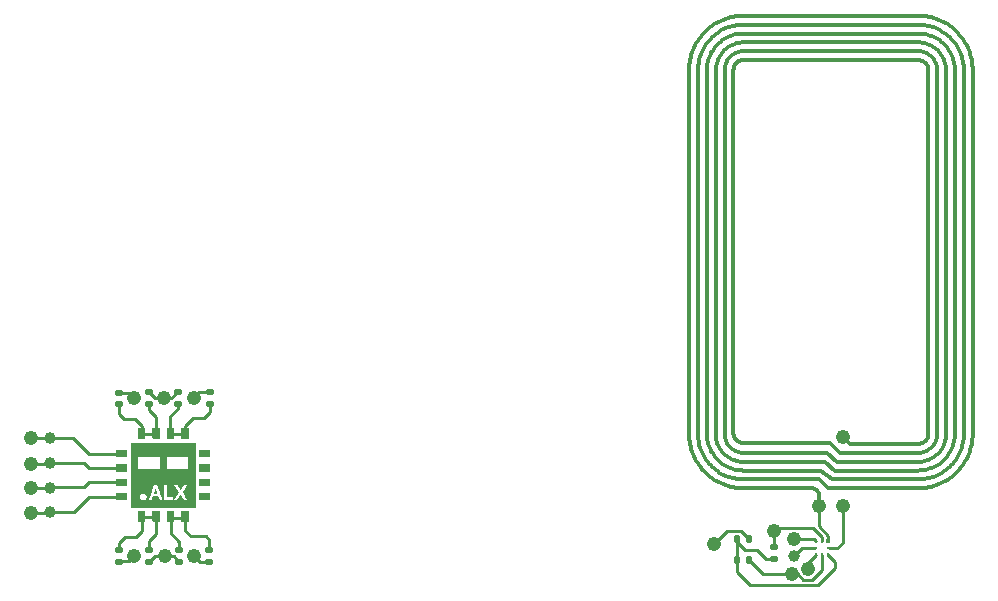
<source format=gbr>
%TF.GenerationSoftware,KiCad,Pcbnew,8.0.1*%
%TF.CreationDate,2024-06-02T23:47:43+02:00*%
%TF.ProjectId,Shawn_PCB_Business_card,53686177-6e5f-4504-9342-5f427573696e,rev?*%
%TF.SameCoordinates,Original*%
%TF.FileFunction,Copper,L1,Top*%
%TF.FilePolarity,Positive*%
%FSLAX46Y46*%
G04 Gerber Fmt 4.6, Leading zero omitted, Abs format (unit mm)*
G04 Created by KiCad (PCBNEW 8.0.1) date 2024-06-02 23:47:43*
%MOMM*%
%LPD*%
G01*
G04 APERTURE LIST*
G04 Aperture macros list*
%AMRoundRect*
0 Rectangle with rounded corners*
0 $1 Rounding radius*
0 $2 $3 $4 $5 $6 $7 $8 $9 X,Y pos of 4 corners*
0 Add a 4 corners polygon primitive as box body*
4,1,4,$2,$3,$4,$5,$6,$7,$8,$9,$2,$3,0*
0 Add four circle primitives for the rounded corners*
1,1,$1+$1,$2,$3*
1,1,$1+$1,$4,$5*
1,1,$1+$1,$6,$7*
1,1,$1+$1,$8,$9*
0 Add four rect primitives between the rounded corners*
20,1,$1+$1,$2,$3,$4,$5,0*
20,1,$1+$1,$4,$5,$6,$7,0*
20,1,$1+$1,$6,$7,$8,$9,0*
20,1,$1+$1,$8,$9,$2,$3,0*%
G04 Aperture macros list end*
%TA.AperFunction,EtchedComponent*%
%ADD10C,0.000000*%
%TD*%
%TA.AperFunction,SMDPad,CuDef*%
%ADD11C,1.000000*%
%TD*%
%TA.AperFunction,SMDPad,CuDef*%
%ADD12RoundRect,0.147500X-0.172500X0.147500X-0.172500X-0.147500X0.172500X-0.147500X0.172500X0.147500X0*%
%TD*%
%TA.AperFunction,SMDPad,CuDef*%
%ADD13RoundRect,0.147500X0.172500X-0.147500X0.172500X0.147500X-0.172500X0.147500X-0.172500X-0.147500X0*%
%TD*%
%TA.AperFunction,SMDPad,CuDef*%
%ADD14RoundRect,0.135000X0.185000X-0.135000X0.185000X0.135000X-0.185000X0.135000X-0.185000X-0.135000X0*%
%TD*%
%TA.AperFunction,SMDPad,CuDef*%
%ADD15RoundRect,0.140000X0.170000X-0.140000X0.170000X0.140000X-0.170000X0.140000X-0.170000X-0.140000X0*%
%TD*%
%TA.AperFunction,SMDPad,CuDef*%
%ADD16RoundRect,0.135000X-0.185000X0.135000X-0.185000X-0.135000X0.185000X-0.135000X0.185000X0.135000X0*%
%TD*%
%TA.AperFunction,SMDPad,CuDef*%
%ADD17RoundRect,0.135000X-0.135000X-0.185000X0.135000X-0.185000X0.135000X0.185000X-0.135000X0.185000X0*%
%TD*%
%TA.AperFunction,SMDPad,CuDef*%
%ADD18R,0.370000X0.450000*%
%TD*%
%TA.AperFunction,SMDPad,CuDef*%
%ADD19R,0.270000X0.450000*%
%TD*%
%TA.AperFunction,SMDPad,CuDef*%
%ADD20R,0.450000X0.270000*%
%TD*%
%TA.AperFunction,SMDPad,CuDef*%
%ADD21RoundRect,0.135000X0.135000X0.185000X-0.135000X0.185000X-0.135000X-0.185000X0.135000X-0.185000X0*%
%TD*%
%TA.AperFunction,ViaPad*%
%ADD22C,1.209040*%
%TD*%
%TA.AperFunction,Conductor*%
%ADD23C,0.508000*%
%TD*%
%TA.AperFunction,Conductor*%
%ADD24C,0.200000*%
%TD*%
%TA.AperFunction,Conductor*%
%ADD25C,0.254000*%
%TD*%
%TA.AperFunction,Conductor*%
%ADD26C,0.299720*%
%TD*%
G04 APERTURE END LIST*
D10*
%TA.AperFunction,EtchedComponent*%
%TO.C,G\u002A\u002A\u002A*%
G36*
X118041149Y-87546267D02*
G01*
X117122524Y-87546267D01*
X117122524Y-86939974D01*
X118041149Y-86939974D01*
X118041149Y-87546267D01*
G37*
%TD.AperFunction*%
%TA.AperFunction,EtchedComponent*%
G36*
X118041149Y-88768039D02*
G01*
X117122524Y-88768039D01*
X117122524Y-88161746D01*
X118041149Y-88161746D01*
X118041149Y-88768039D01*
G37*
%TD.AperFunction*%
%TA.AperFunction,EtchedComponent*%
G36*
X118041149Y-89989812D02*
G01*
X117122524Y-89989812D01*
X117122524Y-89383519D01*
X118041149Y-89383519D01*
X118041149Y-89989812D01*
G37*
%TD.AperFunction*%
%TA.AperFunction,EtchedComponent*%
G36*
X119566068Y-84808763D02*
G01*
X118959775Y-84808763D01*
X118959775Y-83890137D01*
X119566068Y-83890137D01*
X119566068Y-84808763D01*
G37*
%TD.AperFunction*%
%TA.AperFunction,EtchedComponent*%
G36*
X119566068Y-91827063D02*
G01*
X118959775Y-91827063D01*
X118959775Y-90908437D01*
X119566068Y-90908437D01*
X119566068Y-91827063D01*
G37*
%TD.AperFunction*%
%TA.AperFunction,EtchedComponent*%
G36*
X125059449Y-87546267D02*
G01*
X124140824Y-87546267D01*
X124140824Y-86939974D01*
X125059449Y-86939974D01*
X125059449Y-87546267D01*
G37*
%TD.AperFunction*%
%TA.AperFunction,EtchedComponent*%
G36*
X125059449Y-88768039D02*
G01*
X124140824Y-88768039D01*
X124140824Y-88161746D01*
X125059449Y-88161746D01*
X125059449Y-88768039D01*
G37*
%TD.AperFunction*%
%TA.AperFunction,EtchedComponent*%
G36*
X125059449Y-89989812D02*
G01*
X124140824Y-89989812D01*
X124140824Y-89383519D01*
X125059449Y-89383519D01*
X125059449Y-89989812D01*
G37*
%TD.AperFunction*%
%TA.AperFunction,EtchedComponent*%
G36*
X118041149Y-86333681D02*
G01*
X117587961Y-86333681D01*
X117498415Y-86333561D01*
X117414499Y-86333215D01*
X117337994Y-86332668D01*
X117270683Y-86331943D01*
X117214349Y-86331064D01*
X117170774Y-86330055D01*
X117141742Y-86328939D01*
X117129034Y-86327741D01*
X117128648Y-86327557D01*
X117127175Y-86317217D01*
X117125830Y-86290710D01*
X117124656Y-86250240D01*
X117123697Y-86198012D01*
X117122997Y-86136230D01*
X117122599Y-86067101D01*
X117122524Y-86019818D01*
X117122524Y-85718202D01*
X118041149Y-85718202D01*
X118041149Y-86333681D01*
G37*
%TD.AperFunction*%
%TA.AperFunction,EtchedComponent*%
G36*
X120787840Y-91827063D02*
G01*
X120486225Y-91827063D01*
X120413536Y-91826883D01*
X120346779Y-91826372D01*
X120288158Y-91825574D01*
X120239878Y-91824533D01*
X120204143Y-91823293D01*
X120183160Y-91821897D01*
X120178485Y-91820939D01*
X120177277Y-91810810D01*
X120176147Y-91784091D01*
X120175121Y-91742565D01*
X120174221Y-91688014D01*
X120173472Y-91622222D01*
X120172896Y-91546971D01*
X120172519Y-91464043D01*
X120172364Y-91375222D01*
X120172361Y-91361626D01*
X120172361Y-90908437D01*
X120787840Y-90908437D01*
X120787840Y-91827063D01*
G37*
%TD.AperFunction*%
%TA.AperFunction,EtchedComponent*%
G36*
X125059449Y-86333681D02*
G01*
X124606261Y-86333681D01*
X124516716Y-86333561D01*
X124432799Y-86333215D01*
X124356294Y-86332668D01*
X124288983Y-86331943D01*
X124232649Y-86331064D01*
X124189075Y-86330055D01*
X124160042Y-86328939D01*
X124147334Y-86327741D01*
X124146948Y-86327557D01*
X124145476Y-86317217D01*
X124144131Y-86290710D01*
X124142956Y-86250240D01*
X124141997Y-86198012D01*
X124141297Y-86136230D01*
X124140899Y-86067101D01*
X124140824Y-86019818D01*
X124140824Y-85718202D01*
X125059449Y-85718202D01*
X125059449Y-86333681D01*
G37*
%TD.AperFunction*%
%TA.AperFunction,EtchedComponent*%
G36*
X120785629Y-84347153D02*
G01*
X120783247Y-84804170D01*
X120484051Y-84806590D01*
X120411658Y-84806988D01*
X120345197Y-84806996D01*
X120286881Y-84806642D01*
X120238928Y-84805951D01*
X120203550Y-84804953D01*
X120182965Y-84803676D01*
X120178608Y-84802762D01*
X120177376Y-84792608D01*
X120176223Y-84765865D01*
X120175176Y-84724316D01*
X120174258Y-84669744D01*
X120173494Y-84603934D01*
X120172907Y-84528667D01*
X120172522Y-84445728D01*
X120172364Y-84356900D01*
X120172361Y-84343326D01*
X120172361Y-83890137D01*
X120788011Y-83890137D01*
X120785629Y-84347153D01*
G37*
%TD.AperFunction*%
%TA.AperFunction,EtchedComponent*%
G36*
X122007401Y-84347153D02*
G01*
X122005019Y-84804170D01*
X121705824Y-84806590D01*
X121633431Y-84806988D01*
X121566969Y-84806996D01*
X121508654Y-84806642D01*
X121460700Y-84805951D01*
X121425323Y-84804953D01*
X121404737Y-84803676D01*
X121400381Y-84802762D01*
X121399148Y-84792608D01*
X121397996Y-84765865D01*
X121396948Y-84724316D01*
X121396030Y-84669744D01*
X121395266Y-84603934D01*
X121394679Y-84528667D01*
X121394294Y-84445728D01*
X121394136Y-84356900D01*
X121394133Y-84343326D01*
X121394133Y-83890137D01*
X122009784Y-83890137D01*
X122007401Y-84347153D01*
G37*
%TD.AperFunction*%
%TA.AperFunction,EtchedComponent*%
G36*
X122007401Y-91365453D02*
G01*
X122005019Y-91822470D01*
X121705824Y-91824890D01*
X121633431Y-91825289D01*
X121566969Y-91825297D01*
X121508654Y-91824942D01*
X121460700Y-91824251D01*
X121425323Y-91823254D01*
X121404737Y-91821976D01*
X121400381Y-91821062D01*
X121399148Y-91810908D01*
X121397996Y-91784165D01*
X121396948Y-91742616D01*
X121396030Y-91688044D01*
X121395266Y-91622234D01*
X121394679Y-91546967D01*
X121394294Y-91464028D01*
X121394136Y-91375200D01*
X121394133Y-91361626D01*
X121394133Y-90908437D01*
X122009784Y-90908437D01*
X122007401Y-91365453D01*
G37*
%TD.AperFunction*%
%TA.AperFunction,EtchedComponent*%
G36*
X123229173Y-84347153D02*
G01*
X123226791Y-84804170D01*
X122927596Y-84806590D01*
X122855203Y-84806988D01*
X122788741Y-84806996D01*
X122730426Y-84806642D01*
X122682472Y-84805951D01*
X122647095Y-84804953D01*
X122626509Y-84803676D01*
X122622153Y-84802762D01*
X122620920Y-84792608D01*
X122619768Y-84765865D01*
X122618721Y-84724316D01*
X122617803Y-84669744D01*
X122617038Y-84603934D01*
X122616451Y-84528667D01*
X122616066Y-84445728D01*
X122615908Y-84356900D01*
X122615905Y-84343326D01*
X122615905Y-83890137D01*
X123231556Y-83890137D01*
X123229173Y-84347153D01*
G37*
%TD.AperFunction*%
%TA.AperFunction,EtchedComponent*%
G36*
X123229173Y-91365453D02*
G01*
X123226791Y-91822470D01*
X122927596Y-91824890D01*
X122855203Y-91825289D01*
X122788741Y-91825297D01*
X122730426Y-91824942D01*
X122682472Y-91824251D01*
X122647095Y-91823254D01*
X122626509Y-91821976D01*
X122622153Y-91821062D01*
X122620920Y-91810908D01*
X122619768Y-91784165D01*
X122618721Y-91742616D01*
X122617803Y-91688044D01*
X122617038Y-91622234D01*
X122616451Y-91546967D01*
X122616066Y-91464028D01*
X122615908Y-91375200D01*
X122615905Y-91361626D01*
X122615905Y-90908437D01*
X123231556Y-90908437D01*
X123229173Y-91365453D01*
G37*
%TD.AperFunction*%
%TA.AperFunction,EtchedComponent*%
G36*
X120451909Y-88988366D02*
G01*
X120460819Y-89008647D01*
X120470248Y-89038309D01*
X120470993Y-89041045D01*
X120479597Y-89070200D01*
X120493083Y-89112447D01*
X120510068Y-89163607D01*
X120529168Y-89219500D01*
X120545923Y-89267307D01*
X120564109Y-89318736D01*
X120579972Y-89363949D01*
X120592561Y-89400206D01*
X120600923Y-89424765D01*
X120604109Y-89434884D01*
X120604115Y-89434956D01*
X120595419Y-89436148D01*
X120571290Y-89437178D01*
X120534669Y-89437980D01*
X120488495Y-89438488D01*
X120443355Y-89438636D01*
X120391314Y-89438483D01*
X120346296Y-89438057D01*
X120311240Y-89437411D01*
X120289087Y-89436597D01*
X120282596Y-89435801D01*
X120285562Y-89426517D01*
X120293505Y-89404046D01*
X120304988Y-89372416D01*
X120311240Y-89355422D01*
X120324342Y-89318939D01*
X120341301Y-89270248D01*
X120360306Y-89214617D01*
X120379551Y-89157314D01*
X120388171Y-89131280D01*
X120404670Y-89082555D01*
X120419824Y-89040325D01*
X120432508Y-89007534D01*
X120441596Y-88987124D01*
X120445356Y-88981719D01*
X120451909Y-88988366D01*
G37*
%TD.AperFunction*%
%TA.AperFunction,EtchedComponent*%
G36*
X121256308Y-85102743D02*
G01*
X121473641Y-85102802D01*
X121685782Y-85102898D01*
X121891991Y-85103030D01*
X122091531Y-85103196D01*
X122283661Y-85103395D01*
X122467643Y-85103624D01*
X122642738Y-85103883D01*
X122808208Y-85104170D01*
X122963313Y-85104483D01*
X123107314Y-85104821D01*
X123239472Y-85105181D01*
X123359049Y-85105563D01*
X123465305Y-85105965D01*
X123557502Y-85106385D01*
X123634900Y-85106822D01*
X123696762Y-85107274D01*
X123742347Y-85107740D01*
X123770917Y-85108217D01*
X123781212Y-85108625D01*
X123837677Y-85114526D01*
X123837677Y-87855972D01*
X123837668Y-88125455D01*
X123837640Y-88377153D01*
X123837589Y-88611654D01*
X123837513Y-88829547D01*
X123837410Y-89031418D01*
X123837275Y-89217855D01*
X123837107Y-89389447D01*
X123836902Y-89546781D01*
X123836659Y-89690444D01*
X123836373Y-89821026D01*
X123836043Y-89939112D01*
X123835665Y-90045293D01*
X123835237Y-90140154D01*
X123834755Y-90224284D01*
X123834218Y-90298271D01*
X123833622Y-90362702D01*
X123832964Y-90418165D01*
X123832242Y-90465249D01*
X123831453Y-90504541D01*
X123830594Y-90536628D01*
X123829662Y-90562098D01*
X123828655Y-90581540D01*
X123827569Y-90595541D01*
X123826402Y-90604689D01*
X123825152Y-90609571D01*
X123824554Y-90610540D01*
X123814110Y-90611913D01*
X123786174Y-90613218D01*
X123741622Y-90614453D01*
X123681327Y-90615620D01*
X123606161Y-90616718D01*
X123516999Y-90617748D01*
X123414715Y-90618709D01*
X123300182Y-90619601D01*
X123174274Y-90620426D01*
X123037864Y-90621182D01*
X122891827Y-90621871D01*
X122737035Y-90622491D01*
X122574362Y-90623044D01*
X122404683Y-90623528D01*
X122228870Y-90623945D01*
X122047798Y-90624295D01*
X121862339Y-90624577D01*
X121673369Y-90624792D01*
X121481759Y-90624939D01*
X121288385Y-90625019D01*
X121094119Y-90625033D01*
X120899836Y-90624979D01*
X120706408Y-90624858D01*
X120514710Y-90624671D01*
X120325615Y-90624417D01*
X120139997Y-90624096D01*
X119958730Y-90623709D01*
X119782686Y-90623255D01*
X119612741Y-90622736D01*
X119449767Y-90622150D01*
X119294638Y-90621498D01*
X119148228Y-90620780D01*
X119011410Y-90619996D01*
X118885059Y-90619146D01*
X118770047Y-90618231D01*
X118667248Y-90617250D01*
X118577537Y-90616203D01*
X118501786Y-90615091D01*
X118440870Y-90613914D01*
X118395661Y-90612672D01*
X118367034Y-90611365D01*
X118355863Y-90609992D01*
X118355779Y-90609922D01*
X118354625Y-90605334D01*
X118353547Y-90593927D01*
X118352541Y-90575176D01*
X118351606Y-90548554D01*
X118350738Y-90513537D01*
X118349937Y-90469601D01*
X118349200Y-90416218D01*
X118348524Y-90352865D01*
X118347907Y-90279016D01*
X118347348Y-90194146D01*
X118346844Y-90097729D01*
X118346393Y-89989241D01*
X118345992Y-89868157D01*
X118345641Y-89733950D01*
X118345580Y-89704500D01*
X119128750Y-89704500D01*
X119141468Y-89771240D01*
X119168729Y-89831635D01*
X119172655Y-89837766D01*
X119218088Y-89890621D01*
X119273652Y-89929423D01*
X119336614Y-89953238D01*
X119404241Y-89961133D01*
X119473802Y-89952172D01*
X119491984Y-89946929D01*
X119498291Y-89943880D01*
X119852635Y-89943880D01*
X120105523Y-89943880D01*
X120155777Y-89799197D01*
X120206030Y-89654513D01*
X120682530Y-89649623D01*
X120731251Y-89796752D01*
X120779973Y-89943880D01*
X121035611Y-89943880D01*
X121015822Y-89891059D01*
X121009194Y-89873325D01*
X120996750Y-89839988D01*
X120979093Y-89792663D01*
X120956824Y-89732962D01*
X120930544Y-89662499D01*
X120900856Y-89582888D01*
X120868361Y-89495741D01*
X120833661Y-89402673D01*
X120797357Y-89305295D01*
X120787135Y-89277877D01*
X120578237Y-88717515D01*
X120445260Y-88714979D01*
X120337401Y-88712922D01*
X121182849Y-88712922D01*
X121182849Y-89943880D01*
X121926936Y-89943880D01*
X121926936Y-89933369D01*
X122006343Y-89933369D01*
X122008505Y-89937917D01*
X122017818Y-89940922D01*
X122036785Y-89942703D01*
X122067905Y-89943576D01*
X122113678Y-89943860D01*
X122142046Y-89943880D01*
X122284312Y-89943880D01*
X122419829Y-89717830D01*
X122459190Y-89652317D01*
X122490302Y-89601060D01*
X122514278Y-89562506D01*
X122532234Y-89535105D01*
X122545285Y-89517306D01*
X122554546Y-89507558D01*
X122561133Y-89504310D01*
X122566160Y-89506010D01*
X122569550Y-89509564D01*
X122577967Y-89522055D01*
X122594338Y-89548047D01*
X122617251Y-89585237D01*
X122645296Y-89631320D01*
X122677060Y-89683991D01*
X122707768Y-89735298D01*
X122831782Y-89943248D01*
X122972855Y-89943564D01*
X123028737Y-89943358D01*
X123068299Y-89942340D01*
X123093580Y-89940341D01*
X123106623Y-89937196D01*
X123109467Y-89932737D01*
X123109347Y-89932397D01*
X123103619Y-89922308D01*
X123089213Y-89898374D01*
X123067195Y-89862329D01*
X123038631Y-89815903D01*
X123004589Y-89760829D01*
X122966133Y-89698839D01*
X122924332Y-89631663D01*
X122910704Y-89609805D01*
X122716642Y-89298694D01*
X122888106Y-89026477D01*
X122928687Y-88962071D01*
X122966611Y-88901920D01*
X123000653Y-88847965D01*
X123029586Y-88802148D01*
X123052184Y-88766411D01*
X123067223Y-88742693D01*
X123073044Y-88733591D01*
X123086517Y-88712922D01*
X122801657Y-88712922D01*
X122684890Y-88910456D01*
X122652559Y-88964844D01*
X122623067Y-89013869D01*
X122597764Y-89055339D01*
X122577994Y-89087062D01*
X122565106Y-89106847D01*
X122560686Y-89112587D01*
X122554239Y-89106256D01*
X122539958Y-89086044D01*
X122519151Y-89054009D01*
X122493127Y-89012206D01*
X122463193Y-88962692D01*
X122435300Y-88915477D01*
X122317352Y-88713770D01*
X122177261Y-88713346D01*
X122128885Y-88713531D01*
X122087741Y-88714321D01*
X122056977Y-88715605D01*
X122039743Y-88717272D01*
X122037171Y-88718287D01*
X122041900Y-88727016D01*
X122055365Y-88749516D01*
X122076478Y-88784029D01*
X122104153Y-88828799D01*
X122137305Y-88882069D01*
X122174847Y-88942080D01*
X122215693Y-89007078D01*
X122217054Y-89009241D01*
X122264713Y-89085138D01*
X122303230Y-89147097D01*
X122333443Y-89196606D01*
X122356186Y-89235155D01*
X122372297Y-89264234D01*
X122382611Y-89285330D01*
X122387964Y-89299933D01*
X122389193Y-89309532D01*
X122388122Y-89313912D01*
X122381353Y-89325860D01*
X122365953Y-89351498D01*
X122343068Y-89388963D01*
X122313849Y-89436392D01*
X122279442Y-89491921D01*
X122240995Y-89553687D01*
X122199657Y-89619827D01*
X122198598Y-89621518D01*
X122157219Y-89687650D01*
X122118687Y-89749355D01*
X122084150Y-89804787D01*
X122054755Y-89852099D01*
X122031650Y-89889443D01*
X122015982Y-89914972D01*
X122008900Y-89926840D01*
X122008834Y-89926961D01*
X122006343Y-89933369D01*
X121926936Y-89933369D01*
X121926936Y-89723410D01*
X121412505Y-89723410D01*
X121412505Y-88712922D01*
X121182849Y-88712922D01*
X120337401Y-88712922D01*
X120312284Y-88712443D01*
X120126084Y-89211037D01*
X120090486Y-89306363D01*
X120055563Y-89399893D01*
X120022071Y-89489603D01*
X119990764Y-89573466D01*
X119962401Y-89649456D01*
X119937736Y-89715548D01*
X119917526Y-89769716D01*
X119902528Y-89809935D01*
X119896259Y-89826755D01*
X119852635Y-89943880D01*
X119498291Y-89943880D01*
X119544467Y-89921557D01*
X119593427Y-89882360D01*
X119633734Y-89833815D01*
X119646798Y-89811813D01*
X119659167Y-89785833D01*
X119666628Y-89761652D01*
X119670369Y-89733056D01*
X119671579Y-89693832D01*
X119671625Y-89682072D01*
X119671061Y-89640424D01*
X119668410Y-89610933D01*
X119662387Y-89587397D01*
X119651706Y-89563619D01*
X119644151Y-89549584D01*
X119609034Y-89500647D01*
X119563825Y-89459178D01*
X119513692Y-89429475D01*
X119489005Y-89420549D01*
X119443930Y-89413143D01*
X119391604Y-89412446D01*
X119339181Y-89417924D01*
X119293814Y-89429043D01*
X119276288Y-89436410D01*
X119240075Y-89460856D01*
X119203020Y-89495412D01*
X119170822Y-89534034D01*
X119149176Y-89570677D01*
X119148721Y-89571751D01*
X119131019Y-89636356D01*
X119128750Y-89704500D01*
X118345580Y-89704500D01*
X118345335Y-89586096D01*
X118345073Y-89424070D01*
X118344854Y-89247346D01*
X118344674Y-89055399D01*
X118344532Y-88847705D01*
X118344425Y-88623737D01*
X118344352Y-88382970D01*
X118344309Y-88124880D01*
X118344296Y-87849801D01*
X118344296Y-87298238D01*
X118959775Y-87298238D01*
X120787840Y-87298238D01*
X121384947Y-87298238D01*
X123222198Y-87298238D01*
X123222198Y-86352054D01*
X121384947Y-86352054D01*
X121384947Y-87298238D01*
X120787840Y-87298238D01*
X120787840Y-86352054D01*
X118959775Y-86352054D01*
X118959775Y-87298238D01*
X118344296Y-87298238D01*
X118344296Y-85102723D01*
X121034521Y-85102723D01*
X121256308Y-85102743D01*
G37*
%TD.AperFunction*%
%TD*%
D11*
%TO.P,TP2,1,1*%
%TO.N,Net-(TP2-Pad1)*%
X111506000Y-88900000D03*
%TD*%
%TO.P,TP4,1,1*%
%TO.N,VCC*%
X111531400Y-91008200D03*
%TD*%
D12*
%TO.P,D1,1,K*%
%TO.N,Net-(D1-Pad1)*%
X124993400Y-94206200D03*
%TO.P,D1,2,A*%
%TO.N,Net-(D1-Pad2)*%
X124993400Y-95176200D03*
%TD*%
D13*
%TO.P,D4,1,K*%
%TO.N,Net-(D4-Pad1)*%
X125018800Y-81818200D03*
%TO.P,D4,2,A*%
%TO.N,Net-(D1-Pad2)*%
X125018800Y-80848200D03*
%TD*%
D11*
%TO.P,TP5,1,1*%
%TO.N,GND*%
X111531400Y-84683600D03*
%TD*%
D14*
%TO.P,R5,1*%
%TO.N,Net-(D3-Pad1)*%
X119862600Y-81862200D03*
%TO.P,R5,2*%
%TO.N,GND*%
X119862600Y-80842200D03*
%TD*%
D15*
%TO.P,C1,1*%
%TO.N,Net-(C1-Pad1)*%
X172770800Y-94917200D03*
%TO.P,C1,2*%
%TO.N,GND*%
X172770800Y-93957200D03*
%TD*%
D16*
%TO.P,R3,1*%
%TO.N,Net-(D1-Pad1)*%
X122453400Y-94181200D03*
%TO.P,R3,2*%
%TO.N,GND*%
X122453400Y-95201200D03*
%TD*%
%TO.P,R4,1*%
%TO.N,Net-(D2-Pad1)*%
X119913400Y-94181200D03*
%TO.P,R4,2*%
%TO.N,GND*%
X119913400Y-95201200D03*
%TD*%
D17*
%TO.P,R2,1*%
%TO.N,Net-(C1-Pad1)*%
X169642600Y-93218000D03*
%TO.P,R2,2*%
%TO.N,Net-(D1-Pad2)*%
X170662600Y-93218000D03*
%TD*%
D12*
%TO.P,D2,1,K*%
%TO.N,Net-(D2-Pad1)*%
X117348000Y-94206200D03*
%TO.P,D2,2,A*%
%TO.N,Net-(D1-Pad2)*%
X117348000Y-95176200D03*
%TD*%
D11*
%TO.P,TP1,1,1*%
%TO.N,Net-(TP1-Pad1)*%
X111531400Y-86842601D03*
%TD*%
D14*
%TO.P,R6,1*%
%TO.N,Net-(D4-Pad1)*%
X122301000Y-81838800D03*
%TO.P,R6,2*%
%TO.N,GND*%
X122301000Y-80818800D03*
%TD*%
D13*
%TO.P,D3,1,K*%
%TO.N,Net-(D3-Pad1)*%
X117322601Y-81848701D03*
%TO.P,D3,2,A*%
%TO.N,Net-(D1-Pad2)*%
X117322601Y-80878701D03*
%TD*%
D11*
%TO.P,TP3,1,1*%
%TO.N,Net-(TP3-Pad1)*%
X174523400Y-94665800D03*
%TD*%
D18*
%TO.P,U1,1,LA*%
%TO.N,Net-(U1-Pad1)*%
X177384800Y-93413355D03*
D19*
%TO.P,U1,2,VSS*%
%TO.N,GND*%
X176834800Y-93413355D03*
%TO.P,U1,3,SCL*%
%TO.N,Net-(TP1-Pad1)*%
X176334800Y-93413355D03*
D20*
%TO.P,U1,4,FD*%
%TO.N,Net-(TP3-Pad1)*%
X176234800Y-94013355D03*
D19*
%TO.P,U1,5,SDA*%
%TO.N,Net-(TP2-Pad1)*%
X176334800Y-94613355D03*
%TO.P,U1,6,VCC*%
%TO.N,VCC*%
X176834800Y-94613355D03*
%TO.P,U1,7,VOUT*%
%TO.N,Net-(C1-Pad1)*%
X177334800Y-94613355D03*
D20*
%TO.P,U1,8,LB*%
%TO.N,Net-(U1-Pad1)*%
X177434800Y-94013355D03*
%TD*%
D21*
%TO.P,R1,1*%
%TO.N,VCC*%
X170664600Y-94996000D03*
%TO.P,R1,2*%
%TO.N,Net-(C1-Pad1)*%
X169644600Y-94996000D03*
%TD*%
D22*
%TO.N,VCC*%
X174281631Y-96231820D03*
X109880400Y-91033600D03*
%TO.N,GND*%
X121208800Y-94716600D03*
X172770747Y-92568387D03*
X121107200Y-81356200D03*
X109880400Y-84709000D03*
%TO.N,Net-(D1-Pad2)*%
X167716200Y-93700600D03*
X123672600Y-81305400D03*
X123723400Y-94716600D03*
X118567200Y-81330800D03*
X118618000Y-94716600D03*
%TO.N,Net-(TP1-Pad1)*%
X109880400Y-86868000D03*
X174498000Y-93294200D03*
%TO.N,Net-(TP2-Pad1)*%
X109880400Y-88950800D03*
X175664839Y-95757877D03*
%TO.N,Net-(U1-Pad1)*%
X178614070Y-84606465D03*
X176612550Y-90456085D03*
X178614070Y-90456085D03*
%TD*%
D23*
%TO.N,*%
X124600136Y-86025941D02*
X124626077Y-86000000D01*
D24*
X124600136Y-86025941D02*
X124525941Y-86025941D01*
X124525941Y-86025941D02*
X124500000Y-86000000D01*
D25*
%TO.N,VCC*%
X175278990Y-96689397D02*
X174821413Y-96231820D01*
X176050688Y-96689397D02*
X175278990Y-96689397D01*
X109880400Y-91033600D02*
X111506000Y-91033600D01*
X113487200Y-90982800D02*
X114757200Y-89712800D01*
X111683803Y-90982800D02*
X113487200Y-90982800D01*
X176834800Y-94613355D02*
X176834800Y-95905285D01*
X174821413Y-96231820D02*
X171900420Y-96231820D01*
X111506000Y-91033600D02*
X111531400Y-91008200D01*
X176834800Y-95905285D02*
X176050688Y-96689397D01*
X171900420Y-96231820D02*
X170664600Y-94996000D01*
X111531400Y-91135203D02*
X111683803Y-90982800D01*
X114757200Y-89712800D02*
X117602000Y-89712800D01*
%TO.N,GND*%
X117500400Y-86029800D02*
X117551200Y-86080600D01*
X121208800Y-94716600D02*
X120398000Y-94716600D01*
X120376600Y-81356200D02*
X119862600Y-80842200D01*
X176834800Y-93413355D02*
X176834800Y-93091000D01*
X121107200Y-81356200D02*
X121763600Y-81356200D01*
X120398000Y-94716600D02*
X119913400Y-95201200D01*
X111506000Y-84709000D02*
X111531400Y-84683600D01*
X172770800Y-92568440D02*
X172770747Y-92568387D01*
X121107200Y-81356200D02*
X120376600Y-81356200D01*
X109880400Y-84709000D02*
X111506000Y-84709000D01*
X172770800Y-93957200D02*
X172770800Y-92568440D01*
X176098200Y-92354400D02*
X172984734Y-92354400D01*
X114757200Y-86029800D02*
X117500400Y-86029800D01*
X172984734Y-92354400D02*
X172770747Y-92568387D01*
X113411000Y-84683600D02*
X114757200Y-86029800D01*
X121968800Y-94716600D02*
X122453400Y-95201200D01*
X121763600Y-81356200D02*
X122301000Y-80818800D01*
X121208800Y-94716600D02*
X121968800Y-94716600D01*
X111531400Y-84683600D02*
X113411000Y-84683600D01*
X176834800Y-93091000D02*
X176098200Y-92354400D01*
%TO.N,Net-(D1-Pad1)*%
X124663200Y-93040200D02*
X124993400Y-93370400D01*
X122936000Y-92557600D02*
X123418600Y-93040200D01*
X122453400Y-94181200D02*
X122453400Y-93497400D01*
X121716800Y-92760800D02*
X121716800Y-91440000D01*
X124993400Y-93370400D02*
X124993400Y-94206200D01*
X123418600Y-93040200D02*
X124663200Y-93040200D01*
X122453400Y-93497400D02*
X121716800Y-92760800D01*
X122936000Y-91440000D02*
X122936000Y-92557600D01*
X121716800Y-91440000D02*
X122936000Y-91440000D01*
%TO.N,Net-(D1-Pad2)*%
X117401200Y-95123000D02*
X118211600Y-95123000D01*
X118567200Y-81330800D02*
X118115101Y-80878701D01*
X124993400Y-95176200D02*
X124183000Y-95176200D01*
X118115101Y-80878701D02*
X117322601Y-80878701D01*
X123672600Y-81305400D02*
X124129800Y-80848200D01*
X170015600Y-92571000D02*
X170662600Y-93218000D01*
X118211600Y-95123000D02*
X118618000Y-94716600D01*
X167716200Y-93700600D02*
X168845800Y-92571000D01*
X124129800Y-80848200D02*
X125018800Y-80848200D01*
X117348000Y-95176200D02*
X117401200Y-95123000D01*
X168845800Y-92571000D02*
X170015600Y-92571000D01*
X124183000Y-95176200D02*
X123723400Y-94716600D01*
%TO.N,Net-(D2-Pad1)*%
X120497600Y-92837000D02*
X119913400Y-93421200D01*
X118745000Y-93116400D02*
X119253000Y-92608400D01*
X117348000Y-94206200D02*
X117348000Y-93624400D01*
X117348000Y-93624400D02*
X117856000Y-93116400D01*
X119913400Y-93421200D02*
X119913400Y-94181200D01*
X119253000Y-91363800D02*
X120497600Y-91363800D01*
X120497600Y-91363800D02*
X120497600Y-92837000D01*
X119253000Y-92608400D02*
X119253000Y-91363800D01*
X117856000Y-93116400D02*
X118745000Y-93116400D01*
%TO.N,Net-(D3-Pad1)*%
X119862600Y-82296000D02*
X119862600Y-81862200D01*
X120497600Y-82931000D02*
X119862600Y-82296000D01*
X120421400Y-84353400D02*
X120497600Y-84277200D01*
X117754400Y-83083400D02*
X118668800Y-83083400D01*
X119253000Y-84353400D02*
X120421400Y-84353400D01*
X117322601Y-81848701D02*
X117322601Y-82651601D01*
X117322601Y-82651601D02*
X117754400Y-83083400D01*
X119253000Y-83667600D02*
X119253000Y-84353400D01*
X118668800Y-83083400D02*
X119253000Y-83667600D01*
X120497600Y-84277200D02*
X120497600Y-82931000D01*
%TO.N,Net-(D4-Pad1)*%
X121691400Y-82854800D02*
X121691400Y-84404200D01*
X124510800Y-83007200D02*
X123596400Y-83007200D01*
X125018800Y-81818200D02*
X125018800Y-82499200D01*
X122301000Y-81838800D02*
X122301000Y-82245200D01*
X122301000Y-82245200D02*
X121691400Y-82854800D01*
X122936000Y-83667600D02*
X122936000Y-84277200D01*
X125018800Y-82499200D02*
X124510800Y-83007200D01*
X123596400Y-83007200D02*
X122936000Y-83667600D01*
X121691400Y-84404200D02*
X122809000Y-84404200D01*
X122809000Y-84404200D02*
X122936000Y-84277200D01*
%TO.N,Net-(C1-Pad1)*%
X169644600Y-96086200D02*
X169644600Y-94996000D01*
X170721740Y-97163340D02*
X169644600Y-96086200D01*
X171373800Y-94208600D02*
X172082400Y-94917200D01*
X170332400Y-94208600D02*
X171373800Y-94208600D01*
X169642600Y-93218000D02*
X169642600Y-94994000D01*
X177927000Y-95205555D02*
X177927000Y-95732600D01*
X172082400Y-94917200D02*
X172770800Y-94917200D01*
X169642600Y-93518800D02*
X170332400Y-94208600D01*
X169642600Y-93218000D02*
X169642600Y-93518800D01*
X177334800Y-94613355D02*
X177927000Y-95205555D01*
X176496260Y-97163340D02*
X170721740Y-97163340D01*
X177927000Y-95732600D02*
X176496260Y-97163340D01*
%TO.N,Net-(TP1-Pad1)*%
X109880400Y-86868000D02*
X111506001Y-86868000D01*
X176215645Y-93294200D02*
X176334800Y-93413355D01*
X114757200Y-87249000D02*
X117602000Y-87249000D01*
X111506001Y-86868000D02*
X111531400Y-86842601D01*
X114350801Y-86842601D02*
X114757200Y-87249000D01*
X174498000Y-93294200D02*
X176215645Y-93294200D01*
X111531400Y-86842601D02*
X114350801Y-86842601D01*
%TO.N,Net-(TP2-Pad1)*%
X111455200Y-88950800D02*
X111506000Y-88900000D01*
X111683802Y-88874600D02*
X111531400Y-89027002D01*
X117602000Y-88468200D02*
X114757200Y-88468200D01*
X114757200Y-88468200D02*
X114350800Y-88874600D01*
X175664839Y-95283316D02*
X176334800Y-94613355D01*
X109880400Y-88950800D02*
X111455200Y-88950800D01*
X114249200Y-88874600D02*
X111683802Y-88874600D01*
X175664839Y-95757877D02*
X175664839Y-95283316D01*
X114350800Y-88874600D02*
X114274600Y-88874600D01*
%TO.N,Net-(TP3-Pad1)*%
X174523400Y-94665800D02*
X175175845Y-94013355D01*
X175175845Y-94013355D02*
X176234800Y-94013355D01*
D26*
%TO.N,Net-(U1-Pad1)*%
X168710610Y-49211565D02*
X168504870Y-49287765D01*
X167288210Y-85381165D02*
X167237410Y-85216065D01*
X188553090Y-85876465D02*
X188471810Y-86054265D01*
X188687710Y-52404345D02*
X188626750Y-52218925D01*
X168344850Y-87725585D02*
X168177210Y-87626525D01*
X176541430Y-89305465D02*
X176571910Y-89376585D01*
X177112930Y-86707045D02*
X177963830Y-87456345D01*
X167112950Y-53557505D02*
X167112950Y-84357545D01*
X185192670Y-85190665D02*
X185279030Y-85167805D01*
X185599070Y-88165005D02*
X185403490Y-88187865D01*
X185360310Y-52780265D02*
X185279030Y-52747245D01*
X185865770Y-53557505D02*
X185860690Y-53468605D01*
X168504870Y-49287765D02*
X168304210Y-49374125D01*
X186536330Y-84852845D02*
X186493150Y-84969685D01*
X168997630Y-52518645D02*
X168918890Y-52617705D01*
X185954670Y-85652945D02*
X185850530Y-85721525D01*
X170214290Y-51957305D02*
X185014870Y-51957305D01*
X189485270Y-85442125D02*
X189429390Y-85652945D01*
X188822330Y-52973305D02*
X188786770Y-52782805D01*
X185825130Y-84621705D02*
X185847990Y-84535345D01*
X166343330Y-51070845D02*
X166231570Y-51256265D01*
X169330370Y-86552105D02*
X169470070Y-86602905D01*
X167039290Y-87687485D02*
X166884350Y-87532545D01*
X170089830Y-51962385D02*
X169962830Y-51977625D01*
X165868350Y-52053825D02*
X165799770Y-52262105D01*
X186643010Y-51893805D02*
X186747150Y-52003025D01*
X169912030Y-86696885D02*
X170061890Y-86707045D01*
X169718990Y-85879005D02*
X169840910Y-85914565D01*
X186663330Y-50933685D02*
X186513470Y-50844785D01*
X186808110Y-86884845D02*
X186947810Y-86780705D01*
X185515250Y-85045885D02*
X185583830Y-84990005D01*
X167877490Y-53356845D02*
X167867330Y-53506705D01*
X167562530Y-87149005D02*
X167422830Y-87009305D01*
X186201050Y-50694925D02*
X186038490Y-50631425D01*
X177963830Y-87456345D02*
X185014870Y-87456345D01*
X187206890Y-86549565D02*
X187326270Y-86422565D01*
X166757350Y-86054265D02*
X166676070Y-85876465D01*
X168685210Y-86171105D02*
X168802050Y-86265085D01*
X186518550Y-88703485D02*
X186310270Y-88772065D01*
X186615070Y-84357545D02*
X186609990Y-84482005D01*
X169190670Y-87283625D02*
X169028110Y-87220125D01*
X170061890Y-86707045D02*
X170214290Y-86709585D01*
X185233310Y-48962645D02*
X185451750Y-48977885D01*
X185210450Y-88203105D02*
X185014870Y-88208185D01*
X185139330Y-85952665D02*
X185014870Y-85957745D01*
X166124890Y-51449305D02*
X166030910Y-51647425D01*
X169381170Y-53379705D02*
X169404030Y-53293345D01*
X189104270Y-51449305D02*
X189198250Y-51647425D01*
X186612530Y-53557505D02*
X186612530Y-84357545D01*
X189609730Y-53339065D02*
X189614810Y-53557505D01*
X168586150Y-51893805D02*
X168482010Y-52003025D01*
X175964850Y-88957485D02*
X176043590Y-88962565D01*
X186711590Y-87814485D02*
X186533790Y-87895765D01*
X166737030Y-87369985D02*
X166597330Y-87199805D01*
X188743590Y-52592305D02*
X188687710Y-52404345D01*
X167562530Y-50766045D02*
X167707310Y-50636505D01*
X166602410Y-52218925D02*
X166676070Y-52038585D01*
X166884350Y-50382505D02*
X166737030Y-50545065D01*
X170214290Y-48957565D02*
X185014870Y-48957565D01*
X170214290Y-88208185D02*
X170963590Y-88208185D01*
X167707310Y-50636505D02*
X167857170Y-50512045D01*
X167158670Y-84875705D02*
X167135810Y-84705525D01*
X166231570Y-86658785D02*
X166124890Y-86465745D01*
X185233310Y-88952405D02*
X185014870Y-88957485D01*
X168014650Y-87517305D02*
X167857170Y-87403005D01*
X189360810Y-52053825D02*
X189429390Y-52262105D01*
X165944550Y-86066965D02*
X165868350Y-85861225D01*
X167928290Y-53059665D02*
X167897810Y-53206985D01*
X167422830Y-87009305D02*
X167293290Y-86864525D01*
X187206890Y-51365485D02*
X187079890Y-51246105D01*
X187371990Y-87403005D02*
X187214510Y-87517305D01*
X170214290Y-88957485D02*
X175964850Y-88957485D01*
X189614810Y-84357545D02*
X189614810Y-53557505D01*
X187016390Y-52363705D02*
X187090050Y-52495785D01*
X168057830Y-85335445D02*
X168121330Y-85470065D01*
X168149270Y-86668945D02*
X168022270Y-86549565D01*
X185847990Y-53379705D02*
X185825130Y-53293345D01*
X169274490Y-52262105D02*
X169175430Y-52340845D01*
X167168830Y-51200385D02*
X167293290Y-51050525D01*
X168619170Y-53433045D02*
X168614090Y-53557505D01*
X167120570Y-53384785D02*
X167135810Y-53209525D01*
X167054530Y-51357865D02*
X167168830Y-51200385D01*
X186439810Y-85083985D02*
X186378850Y-85193205D01*
X169866310Y-87436025D02*
X169696130Y-87413165D01*
X185873390Y-50580625D02*
X185703210Y-50537445D01*
X187356750Y-84609005D02*
X187364370Y-84459145D01*
X168281350Y-86780705D02*
X168149270Y-86668945D01*
X168565830Y-50933685D02*
X168715690Y-50844785D01*
X169470070Y-86602905D02*
X169617390Y-86643545D01*
X185627010Y-52079225D02*
X185741310Y-52132565D01*
X176612550Y-88208185D02*
X170963590Y-88208185D01*
X185751470Y-84781725D02*
X185792110Y-84702985D01*
X167915590Y-84906185D02*
X167953690Y-85050965D01*
X168014650Y-52770105D02*
X167966390Y-52914885D01*
X188189870Y-50227565D02*
X188344810Y-50382505D01*
X167194230Y-52869165D02*
X167237410Y-52698985D01*
X168918890Y-49142985D02*
X168710610Y-49211565D01*
X168304210Y-88540925D02*
X168106090Y-88446945D01*
X187364370Y-53656565D02*
X187364370Y-84456605D01*
X187351670Y-53356845D02*
X187361830Y-53506705D01*
X186513470Y-87070265D02*
X186663330Y-86981365D01*
X168382950Y-52117325D02*
X168294050Y-52239245D01*
X167194230Y-85045885D02*
X167158670Y-84875705D01*
X168466770Y-85962825D02*
X168570910Y-86069505D01*
X169129710Y-88827945D02*
X168918890Y-88772065D01*
X168997630Y-85396405D02*
X169083990Y-85487845D01*
X188761370Y-50890505D02*
X188885830Y-51070845D01*
X185860690Y-84446445D02*
X185865770Y-84357545D01*
X167237410Y-85216065D02*
X167194230Y-85045885D01*
X186231530Y-85396405D02*
X186145170Y-85487845D01*
X167351710Y-85543725D02*
X167288210Y-85381165D01*
X187501530Y-88228505D02*
X187313570Y-88340265D01*
X185583830Y-52925045D02*
X185515250Y-52869165D01*
X185014870Y-88208185D02*
X177664110Y-88208185D01*
X168482010Y-52003025D02*
X168382950Y-52117325D01*
X186924950Y-88540925D02*
X186724290Y-88627285D01*
X167351710Y-52371325D02*
X167422830Y-52213845D01*
X166363650Y-53557505D02*
X166368730Y-53361925D01*
X186145170Y-52427205D02*
X186231530Y-52518645D01*
X169249090Y-88086265D02*
X169061130Y-88030385D01*
X167054530Y-86557185D02*
X166945310Y-86394625D01*
X166597330Y-87199805D02*
X166467790Y-87024545D01*
X165660070Y-85012865D02*
X165634670Y-84794425D01*
X185012330Y-86709585D02*
X185164730Y-86707045D01*
X189104270Y-86465745D02*
X188997590Y-86656245D01*
X169645330Y-52925045D02*
X169713910Y-52869165D01*
X186035950Y-86493685D02*
X186170570Y-86425105D01*
X188060330Y-86714665D02*
X187935870Y-86864525D01*
X168367710Y-85848525D02*
X168466770Y-85962825D01*
X185754010Y-51342625D02*
X185893710Y-51395965D01*
X188822330Y-84941745D02*
X188786770Y-85132245D01*
X188113670Y-84357545D02*
X188113670Y-53557505D01*
X166231570Y-51256265D02*
X166124890Y-51449305D01*
X187224670Y-85195745D02*
X187272930Y-85050965D01*
X186353450Y-49945625D02*
X186168030Y-49884665D01*
X188471810Y-51860785D02*
X188382910Y-51688065D01*
X167590470Y-51909045D02*
X167686990Y-51764265D01*
X185515250Y-52869165D02*
X185439050Y-52820905D01*
X186493150Y-52945365D02*
X186536330Y-53062205D01*
X187727590Y-52058905D02*
X187638690Y-51909045D01*
X168697910Y-51792205D02*
X168586150Y-51893805D01*
X185187590Y-87451265D02*
X185362850Y-87436025D01*
X185980070Y-88086265D02*
X185789570Y-88129445D01*
X168814750Y-51695685D02*
X168697910Y-51792205D01*
X189614810Y-84357545D02*
X189609730Y-84575985D01*
X186168030Y-49884665D02*
X185980070Y-49828785D01*
X167201850Y-87834805D02*
X167039290Y-87687485D01*
X185647330Y-52988545D02*
X185583830Y-52925045D01*
X169617390Y-86643545D02*
X169764710Y-86674025D01*
X168517570Y-50100565D02*
X168695370Y-50019285D01*
X169602150Y-85835825D02*
X169718990Y-85879005D01*
X186099450Y-88827945D02*
X185886090Y-88873665D01*
X166406830Y-52973305D02*
X166442390Y-52782805D01*
X169477690Y-53133325D02*
X169525950Y-53057125D01*
X169805350Y-85025565D02*
X169884090Y-85058585D01*
X167857170Y-87403005D02*
X167707310Y-87278545D01*
X187542170Y-51764265D02*
X187438030Y-51624565D01*
X185510170Y-52036045D02*
X185627010Y-52079225D01*
X188344810Y-87532545D02*
X188189870Y-87687485D01*
X187272930Y-85050965D02*
X187311030Y-84906185D01*
X169602150Y-84880785D02*
X169665650Y-84936665D01*
X189569090Y-85012865D02*
X189530990Y-85228765D01*
X168614090Y-53557505D02*
X168614090Y-84357545D01*
X185279030Y-85167805D02*
X185360310Y-85134785D01*
X188492130Y-87369985D02*
X188344810Y-87532545D01*
X170214290Y-88208185D02*
X170018710Y-88203105D01*
X169335450Y-51395965D02*
X169198290Y-51459465D01*
X168121330Y-85470065D02*
X168194990Y-85602145D01*
X169355770Y-87334425D02*
X169190670Y-87283625D01*
X185583830Y-84990005D02*
X185647330Y-84926505D01*
X188093350Y-84705525D02*
X188108590Y-84530265D01*
X169825670Y-88187865D02*
X169630090Y-88165005D01*
X166846250Y-51688065D02*
X166945310Y-51520425D01*
X185741310Y-52132565D02*
X185850530Y-52193525D01*
X168789350Y-85083985D02*
X168850310Y-85193205D01*
X167890190Y-84758865D02*
X167915590Y-84906185D01*
X185014870Y-87456345D02*
X185187590Y-87451265D01*
X185451750Y-48977885D02*
X185670190Y-49003285D01*
X170125390Y-52711685D02*
X170214290Y-52706605D01*
X186310270Y-52617705D02*
X186378850Y-52721845D01*
X186353450Y-87969425D02*
X186168030Y-88030385D01*
X170214290Y-48957565D02*
X169995850Y-48962645D01*
X185609230Y-86643545D02*
X185756550Y-86602905D01*
X167862250Y-84459145D02*
X167869870Y-84609005D01*
X166597330Y-50715245D02*
X166467790Y-50890505D01*
X168736010Y-84969685D02*
X168789350Y-85083985D01*
X185792110Y-84702985D02*
X185825130Y-84621705D01*
X167115490Y-53557505D02*
X167120570Y-53384785D01*
X185980070Y-49828785D02*
X185789570Y-49785605D01*
X187681870Y-88104045D02*
X187501530Y-88228505D01*
X169995850Y-48962645D02*
X169777410Y-48977885D01*
X167135810Y-84705525D02*
X167120570Y-84530265D01*
X168634410Y-53306045D02*
X168619170Y-53433045D01*
X169840910Y-85914565D02*
X169962830Y-85937425D01*
X186724290Y-88627285D02*
X186518550Y-88703485D01*
X176333150Y-89071785D02*
X176396650Y-89120045D01*
X185266330Y-51977625D02*
X185388250Y-52000485D01*
X169665650Y-84936665D02*
X169734230Y-84984925D01*
X168850310Y-52721845D02*
X168789350Y-52831065D01*
X186571890Y-84730925D02*
X186536330Y-84852845D01*
X169713910Y-52869165D02*
X169787570Y-52820905D01*
X187300870Y-53059665D02*
X187331350Y-53206985D01*
X188027310Y-87834805D02*
X187857130Y-87974505D01*
X188283850Y-51520425D02*
X188174630Y-51357865D01*
X169487850Y-52132565D02*
X169378630Y-52193525D01*
X168875710Y-49945625D02*
X169061130Y-49884665D01*
X188553090Y-52038585D02*
X188471810Y-51860785D01*
X168421050Y-86884845D02*
X168281350Y-86780705D01*
X167915590Y-49574785D02*
X167727630Y-49686545D01*
X186292490Y-51609325D02*
X186414410Y-51695685D01*
X186747150Y-52003025D02*
X186846210Y-52117325D01*
X167867330Y-53506705D02*
X167864790Y-53659105D01*
X185451750Y-88937165D02*
X185233310Y-88952405D01*
X170214290Y-86707045D02*
X177112930Y-86707045D01*
X167039290Y-50227565D02*
X166884350Y-50382505D01*
X176452530Y-89175925D02*
X176500790Y-89239425D01*
X169825670Y-49727185D02*
X170018710Y-49711945D01*
X167120570Y-84530265D02*
X167115490Y-84357545D01*
X185886090Y-49041385D02*
X186099450Y-49087105D01*
X189429390Y-85652945D02*
X189360810Y-85861225D01*
X188174630Y-86557185D02*
X188060330Y-86714665D01*
X188743590Y-85322745D02*
X188687710Y-85510705D01*
X169787570Y-52820905D02*
X169868850Y-52780265D01*
X186609990Y-84482005D02*
X186594750Y-84609005D01*
X168106090Y-49468105D02*
X167915590Y-49574785D01*
X166676070Y-52038585D02*
X166757350Y-51860785D01*
X167902890Y-51492485D02*
X168022270Y-51365485D01*
X169525950Y-87377605D02*
X169355770Y-87334425D01*
X165944550Y-51848085D02*
X165868350Y-52053825D01*
X168281350Y-51134345D02*
X168421050Y-51030205D01*
X187542170Y-86150785D02*
X187638690Y-86006005D01*
X169028110Y-50694925D02*
X169190670Y-50631425D01*
X185388250Y-52000485D02*
X185510170Y-52036045D01*
X167422830Y-85701205D02*
X167351710Y-85543725D01*
X166884350Y-87532545D02*
X166737030Y-87369985D01*
X166541450Y-85510705D02*
X166485570Y-85322745D01*
D25*
X176612550Y-92190905D02*
X177384800Y-92963155D01*
D26*
X188070490Y-84875705D02*
X188093350Y-84705525D01*
X188382910Y-86226985D02*
X188283850Y-86394625D01*
X177364390Y-88957485D02*
X176612550Y-88208185D01*
X187316110Y-49574785D02*
X187501530Y-49686545D01*
X168344850Y-50189465D02*
X168517570Y-50100565D01*
X169558970Y-49003285D02*
X169343070Y-49041385D01*
X188283850Y-86394625D02*
X188174630Y-86557185D01*
X169995850Y-88952405D02*
X169777410Y-88937165D01*
X187311030Y-84906185D02*
X187336430Y-84758865D01*
X166030910Y-86267625D02*
X165944550Y-86066965D01*
X185439050Y-52820905D02*
X185360310Y-52780265D01*
X168022270Y-51365485D02*
X168149270Y-51246105D01*
X187806330Y-52213845D02*
X187727590Y-52058905D01*
X185860690Y-53468605D02*
X185847990Y-53379705D01*
X185103770Y-85203365D02*
X185192670Y-85190665D01*
X186378850Y-52721845D02*
X186439810Y-52831065D01*
X169452290Y-84677585D02*
X169495470Y-84751245D01*
X178362610Y-85957745D02*
X185014870Y-85957745D01*
X187857130Y-87974505D02*
X187681870Y-88104045D01*
X185014870Y-86707045D02*
X178164490Y-86707045D01*
X188070490Y-53039345D02*
X188034930Y-52869165D01*
X169525950Y-53057125D02*
X169581830Y-52988545D01*
X169581830Y-52988545D02*
X169645330Y-52925045D01*
X177313590Y-85957745D02*
X170214290Y-85957745D01*
X169630090Y-88165005D02*
X169439590Y-88129445D01*
X186594750Y-53306045D02*
X186609990Y-53433045D01*
X187262770Y-52914885D02*
X187300870Y-53059665D01*
X189198250Y-86267625D02*
X189104270Y-86465745D01*
X176612550Y-89607725D02*
X176612550Y-90456085D01*
X189284610Y-86066965D02*
X189198250Y-86267625D01*
X185014870Y-85208445D02*
X185103770Y-85203365D01*
X185164730Y-51215625D02*
X185314590Y-51233405D01*
X188093350Y-53209525D02*
X188070490Y-53039345D01*
X167201850Y-50080245D02*
X167039290Y-50227565D01*
X185751470Y-53133325D02*
X185703210Y-53057125D01*
D25*
X178614070Y-90456085D02*
X178614070Y-93554885D01*
D26*
X168870630Y-87149005D02*
X168715690Y-87070265D01*
X185360310Y-85134785D02*
X185439050Y-85094145D01*
X186935110Y-52239245D02*
X187016390Y-52363705D01*
X168692830Y-53062205D02*
X168657270Y-53184125D01*
X187031630Y-85602145D02*
X187105290Y-85470065D01*
X188845190Y-53168885D02*
X188822330Y-52973305D01*
X169840910Y-52000485D02*
X169718990Y-52036045D01*
X185789570Y-49785605D02*
X185599070Y-49750045D01*
D25*
X177384800Y-92963155D02*
X177384800Y-93413355D01*
D26*
X188034930Y-85045885D02*
X188070490Y-84875705D01*
X166485570Y-52592305D02*
X166541450Y-52404345D01*
X167902890Y-86422565D02*
X167791130Y-86290485D01*
X187326270Y-51492485D02*
X187206890Y-51365485D01*
X186378850Y-85193205D02*
X186310270Y-85297345D01*
X165698170Y-85228765D02*
X165660070Y-85012865D01*
X169343070Y-88873665D02*
X169129710Y-88827945D01*
X167422830Y-50905745D02*
X167562530Y-50766045D01*
X165660070Y-52902185D02*
X165634670Y-53120625D01*
X165619430Y-53339065D02*
X165614350Y-53557505D01*
X187214510Y-52770105D02*
X187262770Y-52914885D01*
X188631830Y-50715245D02*
X188761370Y-50890505D01*
X168614090Y-84357545D02*
X168619170Y-84482005D01*
X169363390Y-84357545D02*
X169371010Y-84441365D01*
X186594750Y-84609005D02*
X186571890Y-84730925D01*
X169962830Y-85083985D02*
X170046650Y-85101765D01*
X169416730Y-84601385D02*
X169452290Y-84677585D01*
X186947810Y-51134345D02*
X186808110Y-51030205D01*
X186884310Y-87725585D02*
X186711590Y-87814485D01*
X168657270Y-84730925D02*
X168692830Y-84852845D01*
X188786770Y-85132245D02*
X188743590Y-85322745D01*
X186663330Y-86981365D02*
X186808110Y-86884845D01*
X186541410Y-86171105D02*
X186655710Y-86069505D01*
X188034930Y-52869165D02*
X187991750Y-52698985D01*
X170036490Y-52724385D02*
X170125390Y-52711685D01*
X189429390Y-52262105D02*
X189485270Y-52472925D01*
X170041570Y-50463785D02*
X170214290Y-50458705D01*
X168565830Y-86981365D02*
X168421050Y-86884845D01*
X169866310Y-50479025D02*
X170041570Y-50463785D01*
X166383970Y-53168885D02*
X166406830Y-52973305D01*
X165743890Y-85442125D02*
X165698170Y-85228765D01*
X185863230Y-84357545D02*
X185863230Y-53557505D01*
X166124890Y-86465745D02*
X166030910Y-86267625D01*
X187438030Y-86290485D02*
X187542170Y-86150785D01*
X185014870Y-52706605D02*
X170214290Y-52706605D01*
X185210450Y-49711945D02*
X185014870Y-49706865D01*
X168695370Y-87895765D02*
X168517570Y-87814485D01*
X176119790Y-88975265D02*
X176195990Y-89000665D01*
X169371010Y-84441365D02*
X169391330Y-84522645D01*
X185533030Y-87413165D02*
X185703210Y-87377605D01*
X186655710Y-86069505D02*
X186759850Y-85962825D01*
X166383970Y-84746165D02*
X166368730Y-84553125D01*
X169190670Y-50631425D02*
X169355770Y-50580625D01*
X187666630Y-50766045D02*
X187521850Y-50636505D01*
X169602150Y-52079225D02*
X169487850Y-52132565D01*
X168715690Y-50844785D02*
X168870630Y-50766045D01*
X176571910Y-89376585D02*
X176597310Y-89452785D01*
X169734230Y-84984925D02*
X169805350Y-85025565D01*
X169962830Y-51977625D02*
X169840910Y-52000485D01*
X186493150Y-84969685D02*
X186439810Y-85083985D01*
X169767250Y-51261345D02*
X169619930Y-51296905D01*
X170018710Y-88203105D02*
X169825670Y-88187865D01*
X186358530Y-50766045D02*
X186201050Y-50694925D01*
X168106090Y-88446945D02*
X167915590Y-88340265D01*
X185461910Y-86674025D02*
X185609230Y-86643545D01*
X185014870Y-85205905D02*
X179213510Y-85205905D01*
X167237410Y-52698985D02*
X167288210Y-52533885D01*
X170041570Y-87451265D02*
X169866310Y-87436025D01*
X189198250Y-51647425D02*
X189284610Y-51848085D01*
X169404030Y-53293345D02*
X169437050Y-53212065D01*
X168177210Y-87626525D02*
X168014650Y-87517305D01*
X168715690Y-87070265D02*
X168565830Y-86981365D01*
X169439590Y-88129445D02*
X169249090Y-88086265D01*
X186358530Y-87149005D02*
X186513470Y-87070265D01*
X185266330Y-85937425D02*
X185139330Y-85952665D01*
X169190670Y-86493685D02*
X169330370Y-86552105D01*
X187123070Y-49468105D02*
X187316110Y-49574785D01*
X185670190Y-88911765D02*
X185451750Y-88937165D01*
X166467790Y-87024545D02*
X166343330Y-86844205D01*
X169378630Y-52193525D02*
X169274490Y-52262105D01*
X168918890Y-88772065D02*
X168710610Y-88703485D01*
X177514250Y-85106845D02*
X178362610Y-85957745D01*
X187806330Y-85701205D02*
X187877450Y-85543725D01*
X187090050Y-52495785D02*
X187156090Y-52632945D01*
X188885830Y-51070845D02*
X188997590Y-51256265D01*
X185850530Y-52193525D02*
X185954670Y-52262105D01*
X166343330Y-86844205D02*
X166231570Y-86658785D01*
X189609730Y-84575985D02*
X189594490Y-84794425D01*
X185314590Y-51233405D02*
X185461910Y-51261345D01*
X169950130Y-52747245D02*
X170036490Y-52724385D01*
X169363390Y-53557505D02*
X169368470Y-53468605D01*
X167791130Y-86290485D02*
X167686990Y-86150785D01*
X166757350Y-51860785D02*
X166846250Y-51688065D01*
X187806330Y-50905745D02*
X187666630Y-50766045D01*
X168517570Y-87814485D02*
X168344850Y-87725585D01*
X169066210Y-51530585D02*
X168936670Y-51609325D01*
X166363650Y-84357545D02*
X166363650Y-53557505D01*
X166737030Y-50545065D02*
X166597330Y-50715245D01*
X186231530Y-52518645D02*
X186310270Y-52617705D01*
X185014870Y-51208005D02*
X170214290Y-51208005D01*
X165614350Y-53557505D02*
X165614350Y-84357545D01*
X185388250Y-85914565D02*
X185266330Y-85937425D01*
X168421050Y-51030205D02*
X168565830Y-50933685D01*
X169061130Y-88030385D02*
X168875710Y-87969425D01*
X186947810Y-85729145D02*
X187031630Y-85602145D01*
X186099450Y-49087105D02*
X186310270Y-49142985D01*
X187214510Y-87517305D02*
X187051950Y-87626525D01*
X167135810Y-53209525D02*
X167158670Y-53039345D01*
X166541450Y-52404345D02*
X166602410Y-52218925D01*
X168634410Y-84609005D02*
X168657270Y-84730925D01*
X187214510Y-50397745D02*
X187051950Y-50288525D01*
X168014650Y-50397745D02*
X168177210Y-50288525D01*
X187877450Y-52371325D02*
X187806330Y-52213845D01*
X185014870Y-48957565D02*
X185233310Y-48962645D01*
X185756550Y-86602905D02*
X185896250Y-86552105D01*
X188174630Y-51357865D02*
X188060330Y-51200385D01*
X169249090Y-49828785D02*
X169439590Y-49785605D01*
X169198290Y-51459465D02*
X169066210Y-51530585D01*
X169056050Y-86425105D02*
X169190670Y-86493685D01*
X170089830Y-85952665D02*
X170214290Y-85957745D01*
X168570910Y-86069505D02*
X168685210Y-86171105D01*
X166945310Y-86394625D02*
X166846250Y-86226985D01*
X168619170Y-84482005D02*
X168634410Y-84609005D01*
X186884310Y-50189465D02*
X186711590Y-50100565D01*
X168177210Y-50288525D02*
X168344850Y-50189465D01*
X167966390Y-52914885D02*
X167928290Y-53059665D01*
X166945310Y-51520425D02*
X167054530Y-51357865D01*
X167707310Y-87278545D02*
X167562530Y-87149005D01*
X187371990Y-50512045D02*
X187214510Y-50397745D01*
X185403490Y-49727185D02*
X185210450Y-49711945D01*
X186571890Y-53184125D02*
X186594750Y-53306045D01*
X186310270Y-88772065D02*
X186099450Y-88827945D01*
X185164730Y-86707045D02*
X185314590Y-86696885D01*
X187051950Y-50288525D02*
X186884310Y-50189465D01*
X170214290Y-88957485D02*
X169995850Y-88952405D01*
X188885830Y-86844205D02*
X188761370Y-87024545D01*
X169368470Y-53468605D02*
X169381170Y-53379705D01*
X166442390Y-52782805D02*
X166485570Y-52592305D01*
X186531250Y-51792205D02*
X186643010Y-51893805D01*
X186310270Y-85297345D02*
X186231530Y-85396405D01*
X189569090Y-52902185D02*
X189594490Y-53120625D01*
X187666630Y-87149005D02*
X187521850Y-87278545D01*
X185533030Y-50501885D02*
X185362850Y-50479025D01*
X187521850Y-87278545D02*
X187371990Y-87403005D01*
X169175430Y-52340845D02*
X169083990Y-52427205D01*
X165698170Y-52686285D02*
X165660070Y-52902185D01*
X167293290Y-51050525D02*
X167422830Y-50905745D01*
X187935870Y-51050525D02*
X187806330Y-50905745D01*
X188108590Y-84530265D02*
X188113670Y-84357545D01*
X185403490Y-88187865D02*
X185210450Y-88203105D01*
X185847990Y-84535345D02*
X185860690Y-84446445D01*
X185825130Y-53293345D02*
X185792110Y-53212065D01*
X187326270Y-86422565D02*
X187438030Y-86290485D01*
X188027310Y-50080245D02*
X188189870Y-50227565D01*
X167915590Y-88340265D02*
X167727630Y-88228505D01*
X168304210Y-49374125D02*
X168106090Y-49468105D01*
X168710610Y-88703485D02*
X168504870Y-88627285D01*
X185192670Y-52724385D02*
X185103770Y-52711685D01*
X169696130Y-50501885D02*
X169866310Y-50479025D01*
X169378630Y-85721525D02*
X169487850Y-85782485D01*
X169619930Y-51296905D02*
X169475150Y-51342625D01*
X165799770Y-85652945D02*
X165743890Y-85442125D01*
X186038490Y-87283625D02*
X186201050Y-87220125D01*
X167857170Y-50512045D02*
X168014650Y-50397745D01*
X186201050Y-87220125D02*
X186358530Y-87149005D01*
X188626750Y-52218925D02*
X188553090Y-52038585D01*
X169363390Y-84357545D02*
X169363390Y-53557505D01*
X168936670Y-51609325D02*
X168814750Y-51695685D01*
X187935870Y-86864525D02*
X187806330Y-87009305D01*
X165634670Y-53120625D02*
X165619430Y-53339065D01*
X185741310Y-85782485D02*
X185627010Y-85835825D01*
X189594490Y-84794425D02*
X189569090Y-85012865D01*
X166676070Y-85876465D02*
X166602410Y-85696125D01*
X187991750Y-52698985D02*
X187940950Y-52533885D01*
X169343070Y-49041385D02*
X169129710Y-49087105D01*
X168926510Y-86348905D02*
X169056050Y-86425105D01*
X187857130Y-49940545D02*
X188027310Y-50080245D01*
X187051950Y-87626525D02*
X186884310Y-87725585D01*
X166442390Y-85132245D02*
X166406830Y-84941745D01*
X186168030Y-88030385D02*
X185980070Y-88086265D01*
X187940950Y-52533885D02*
X187877450Y-52371325D01*
X185609230Y-51296905D02*
X185754010Y-51342625D01*
X186038490Y-50631425D02*
X185873390Y-50580625D01*
X166368730Y-53361925D02*
X166383970Y-53168885D01*
X186162950Y-51530585D02*
X186292490Y-51609325D01*
X188865510Y-53557505D02*
X188860430Y-53361925D01*
X186145170Y-85487845D02*
X186053730Y-85574205D01*
X185893710Y-51395965D02*
X186030870Y-51459465D01*
X185187590Y-50463785D02*
X185014870Y-50458705D01*
X167372030Y-49940545D02*
X167201850Y-50080245D01*
X186170570Y-86425105D02*
X186300110Y-86348905D01*
X169175430Y-85574205D02*
X169274490Y-85652945D01*
X185314590Y-86696885D02*
X185461910Y-86674025D01*
X186030870Y-51459465D02*
X186162950Y-51530585D01*
X168789350Y-52831065D02*
X168736010Y-52945365D01*
X186518550Y-49211565D02*
X186724290Y-49287765D01*
X167686990Y-86150785D02*
X167590470Y-86006005D01*
X166485570Y-85322745D02*
X166442390Y-85132245D01*
X167422830Y-52213845D02*
X167501570Y-52058905D01*
X187877450Y-85543725D02*
X187940950Y-85381165D01*
X169061130Y-49884665D02*
X169249090Y-49828785D01*
X169129710Y-49087105D02*
X168918890Y-49142985D01*
X186414410Y-51695685D02*
X186531250Y-51792205D01*
X186947810Y-86780705D02*
X187079890Y-86668945D01*
X188845190Y-84746165D02*
X188822330Y-84941745D01*
X169495470Y-84751245D02*
X169543730Y-84817285D01*
X185873390Y-87334425D02*
X186038490Y-87283625D01*
X168504870Y-88627285D02*
X168304210Y-88540925D01*
X167727630Y-88228505D02*
X167547290Y-88104045D01*
X187438030Y-51624565D02*
X187326270Y-51492485D01*
X185279030Y-52747245D02*
X185192670Y-52724385D01*
X165634670Y-84794425D02*
X165619430Y-84575985D01*
X187156090Y-52632945D02*
X187214510Y-52770105D01*
X188108590Y-53384785D02*
X188093350Y-53209525D01*
X185703210Y-84857925D02*
X185751470Y-84781725D01*
X186053730Y-85574205D02*
X185954670Y-85652945D01*
X186300110Y-86348905D02*
X186424570Y-86265085D01*
X189485270Y-52472925D02*
X189530990Y-52686285D01*
X168657270Y-53184125D02*
X168634410Y-53306045D01*
X169083990Y-52427205D02*
X168997630Y-52518645D01*
X188687710Y-85510705D02*
X188626750Y-85696125D01*
X167547290Y-49811005D02*
X167372030Y-49940545D01*
X185362850Y-50479025D02*
X185187590Y-50463785D01*
D25*
X178614070Y-93554885D02*
X178155600Y-94013355D01*
D26*
X168001950Y-85195745D02*
X168057830Y-85335445D01*
X167168830Y-86714665D02*
X167054530Y-86557185D01*
X169764710Y-86674025D02*
X169912030Y-86696885D01*
X187336430Y-84758865D02*
X187356750Y-84609005D01*
X167501570Y-52058905D02*
X167590470Y-51909045D01*
X170018710Y-49711945D02*
X170214290Y-49706865D01*
X187168790Y-85335445D02*
X187224670Y-85195745D01*
X167158670Y-53039345D02*
X167194230Y-52869165D01*
X168802050Y-86265085D02*
X168926510Y-86348905D01*
X169868850Y-52780265D02*
X169950130Y-52747245D01*
X166602410Y-85696125D02*
X166541450Y-85510705D01*
X169487850Y-85782485D02*
X169602150Y-85835825D01*
X169884090Y-85058585D02*
X169962830Y-85083985D01*
X187727590Y-85856145D02*
X187806330Y-85701205D01*
X167727630Y-49686545D02*
X167547290Y-49811005D01*
X177664110Y-88208185D02*
X176813210Y-87456345D01*
X188492130Y-50545065D02*
X188631830Y-50715245D01*
X167686990Y-51764265D02*
X167791130Y-51624565D01*
X167869870Y-84609005D02*
X167890190Y-84758865D01*
X186533790Y-50019285D02*
X186353450Y-49945625D01*
X188860430Y-53361925D02*
X188845190Y-53168885D01*
X168022270Y-86549565D02*
X167902890Y-86422565D01*
X166368730Y-84553125D02*
X166363650Y-84357545D01*
X187940950Y-85381165D02*
X187991750Y-85216065D01*
X168870630Y-50766045D02*
X169028110Y-50694925D01*
X188862970Y-53557505D02*
X188862970Y-83006265D01*
X186609990Y-53433045D02*
X186615070Y-53557505D01*
X169696130Y-87413165D02*
X169525950Y-87377605D01*
X185789570Y-88129445D02*
X185599070Y-88165005D01*
X167372030Y-87974505D02*
X167201850Y-87834805D01*
X188382910Y-51688065D02*
X188283850Y-51520425D01*
X169028110Y-87220125D02*
X168870630Y-87149005D01*
X169391330Y-84522645D02*
X169416730Y-84601385D01*
X189284610Y-51848085D02*
X189360810Y-52053825D01*
X169475150Y-51342625D02*
X169335450Y-51395965D01*
X186858910Y-85848525D02*
X186947810Y-85729145D01*
X188626750Y-85696125D02*
X188553090Y-85876465D01*
X189360810Y-85861225D02*
X189284610Y-86066965D01*
X168139110Y-52495785D02*
X168073070Y-52632945D01*
X186711590Y-50100565D02*
X186533790Y-50019285D01*
X188997590Y-51256265D02*
X189104270Y-51449305D01*
X168918890Y-52617705D02*
X168850310Y-52721845D01*
X169083990Y-85487845D02*
X169175430Y-85574205D01*
X185510170Y-85879005D02*
X185388250Y-85914565D01*
X165619430Y-84575985D02*
X165614350Y-84357545D01*
X169355770Y-50580625D02*
X169525950Y-50537445D01*
X176396650Y-89120045D02*
X176452530Y-89175925D01*
X166467790Y-50890505D02*
X166343330Y-51070845D01*
X185954670Y-52262105D02*
X186053730Y-52340845D01*
X188060330Y-51200385D02*
X187935870Y-51050525D01*
X187361830Y-53506705D02*
X187364370Y-53659105D01*
X188344810Y-50382505D02*
X188492130Y-50545065D01*
X185670190Y-49003285D02*
X185886090Y-49041385D01*
X185014870Y-49706865D02*
X170214290Y-49706865D01*
X187123070Y-88446945D02*
X186924950Y-88540925D01*
X168294050Y-52239245D02*
X168212770Y-52363705D01*
X185886090Y-88873665D02*
X185670190Y-88911765D01*
X185896250Y-86552105D02*
X186035950Y-86493685D01*
X188862970Y-83006265D02*
X188862970Y-84357545D01*
X185014870Y-51208005D02*
X185164730Y-51215625D01*
X187331350Y-53206985D02*
X187351670Y-53356845D01*
X170963590Y-88208185D02*
X170262550Y-88208185D01*
X168850310Y-85193205D02*
X168918890Y-85297345D01*
X167590470Y-86006005D02*
X167501570Y-85856145D01*
X169543730Y-84817285D02*
X169602150Y-84880785D01*
X170214290Y-85106845D02*
X177514250Y-85106845D01*
X187079890Y-86668945D02*
X187206890Y-86549565D01*
X169962830Y-85937425D02*
X170089830Y-85952665D01*
X178164490Y-86707045D02*
X177313590Y-85957745D01*
X185014870Y-51957305D02*
X185139330Y-51962385D01*
X185703210Y-50537445D02*
X185533030Y-50501885D01*
X169718990Y-52036045D02*
X169602150Y-52079225D01*
X185647330Y-84926505D02*
X185703210Y-84857925D01*
X167293290Y-86864525D02*
X167168830Y-86714665D01*
X187105290Y-85470065D02*
X187168790Y-85335445D01*
X188471810Y-86054265D02*
X188382910Y-86226985D01*
X165868350Y-85861225D02*
X165799770Y-85652945D01*
X187991750Y-85216065D02*
X188034930Y-85045885D01*
X169439590Y-49785605D02*
X169630090Y-49750045D01*
X188860430Y-84553125D02*
X188845190Y-84746165D01*
X166030910Y-51647425D02*
X165944550Y-51848085D01*
X168073070Y-52632945D02*
X168014650Y-52770105D01*
X189530990Y-52686285D02*
X189569090Y-52902185D01*
X188631830Y-87199805D02*
X188492130Y-87369985D01*
X168212770Y-52363705D02*
X168139110Y-52495785D01*
X165799770Y-52262105D02*
X165743890Y-52472925D01*
X166846250Y-86226985D02*
X166757350Y-86054265D01*
X168875710Y-87969425D02*
X168695370Y-87895765D01*
X187521850Y-50636505D02*
X187371990Y-50512045D01*
X176813210Y-87456345D02*
X170214290Y-87456345D01*
X188761370Y-87024545D02*
X188631830Y-87199805D01*
X170214290Y-50456165D02*
X185014870Y-50456165D01*
X176500790Y-89239425D02*
X176541430Y-89305465D01*
X167897810Y-53206985D02*
X167877490Y-53356845D01*
X186808110Y-51030205D02*
X186663330Y-50933685D01*
X168194990Y-85602145D02*
X168278810Y-85729145D01*
X167864790Y-84456605D02*
X167864790Y-53656565D01*
D25*
X178155600Y-94013355D02*
X177434800Y-94013355D01*
D26*
X185439050Y-85094145D02*
X185515250Y-85045885D01*
X187806330Y-87009305D02*
X187666630Y-87149005D01*
X176195990Y-89000665D02*
X176267110Y-89031145D01*
X188786770Y-52782805D02*
X188743590Y-52592305D01*
X170130470Y-85109385D02*
X170214290Y-85106845D01*
X186759850Y-85962825D02*
X186858910Y-85848525D01*
X186533790Y-87895765D02*
X186353450Y-87969425D01*
X185461910Y-51261345D02*
X185609230Y-51296905D01*
X168692830Y-84852845D02*
X168736010Y-84969685D01*
X185792110Y-53212065D02*
X185751470Y-53133325D01*
X176597310Y-89452785D02*
X176610010Y-89528985D01*
X176610010Y-89528985D02*
X176615090Y-89607725D01*
X169558970Y-88911765D02*
X169343070Y-88873665D01*
D25*
X176612550Y-92190905D02*
X176612550Y-90456085D01*
D26*
X185362850Y-87436025D02*
X185533030Y-87413165D01*
X186053730Y-52340845D02*
X186145170Y-52427205D01*
X170064430Y-51215625D02*
X169914570Y-51233405D01*
X169630090Y-49750045D02*
X169825670Y-49727185D01*
X176267110Y-89031145D02*
X176333150Y-89071785D01*
X167547290Y-88104045D02*
X167372030Y-87974505D01*
X185703210Y-53057125D02*
X185647330Y-52988545D01*
X167791130Y-51624565D02*
X167902890Y-51492485D01*
X185627010Y-85835825D02*
X185510170Y-85879005D01*
X185139330Y-51962385D02*
X185266330Y-51977625D01*
X189530990Y-85228765D02*
X189485270Y-85442125D01*
X187638690Y-86006005D02*
X187727590Y-85856145D01*
X170214290Y-87456345D02*
X170041570Y-87451265D01*
X185703210Y-87377605D02*
X185873390Y-87334425D01*
X187501530Y-49686545D02*
X187681870Y-49811005D01*
X187079890Y-51246105D02*
X186947810Y-51134345D01*
X176043590Y-88962565D02*
X176119790Y-88975265D01*
X169914570Y-51233405D02*
X169767250Y-51261345D01*
X186924950Y-49374125D02*
X187123070Y-49468105D01*
X186439810Y-52831065D02*
X186493150Y-52945365D01*
X185599070Y-49750045D02*
X185403490Y-49727185D01*
X188189870Y-87687485D02*
X188027310Y-87834805D01*
X187638690Y-51909045D02*
X187542170Y-51764265D01*
X168918890Y-85297345D02*
X168997630Y-85396405D01*
X179213510Y-85205905D02*
X178614070Y-84606465D01*
X186724290Y-49287765D02*
X186924950Y-49374125D01*
X188113670Y-53557505D02*
X188108590Y-53384785D01*
X188865510Y-84357545D02*
X188860430Y-84553125D01*
X169777410Y-88937165D02*
X169558970Y-88911765D01*
X169777410Y-48977885D02*
X169558970Y-49003285D01*
X170214290Y-51208005D02*
X170064430Y-51215625D01*
X168736010Y-52945365D02*
X168692830Y-53062205D01*
X167288210Y-52533885D02*
X167351710Y-52371325D01*
X186310270Y-49142985D02*
X186518550Y-49211565D01*
X188997590Y-86656245D02*
X188885830Y-86844205D01*
X168695370Y-50019285D02*
X168875710Y-49945625D01*
X187313570Y-88340265D02*
X187123070Y-88446945D01*
X169525950Y-50537445D02*
X169696130Y-50501885D01*
X186846210Y-52117325D02*
X186935110Y-52239245D01*
X186424570Y-86265085D02*
X186541410Y-86171105D01*
X167501570Y-85856145D02*
X167422830Y-85701205D01*
X169437050Y-53212065D02*
X169477690Y-53133325D01*
X170046650Y-85101765D02*
X170130470Y-85109385D01*
X166406830Y-84941745D02*
X166383970Y-84746165D01*
X189594490Y-53120625D02*
X189609730Y-53339065D01*
X167953690Y-85050965D02*
X168001950Y-85195745D01*
X186513470Y-50844785D02*
X186358530Y-50766045D01*
X165743890Y-52472925D02*
X165698170Y-52686285D01*
X185103770Y-52711685D02*
X185014870Y-52706605D01*
X185850530Y-85721525D02*
X185741310Y-85782485D01*
X168149270Y-51246105D02*
X168281350Y-51134345D01*
X186536330Y-53062205D02*
X186571890Y-53184125D01*
X177364390Y-88957485D02*
X185014870Y-88957485D01*
X169274490Y-85652945D02*
X169378630Y-85721525D01*
X168278810Y-85729145D02*
X168367710Y-85848525D01*
X187681870Y-49811005D02*
X187857130Y-49940545D01*
X170214290Y-51957305D02*
X170089830Y-51962385D01*
%TD*%
M02*

</source>
